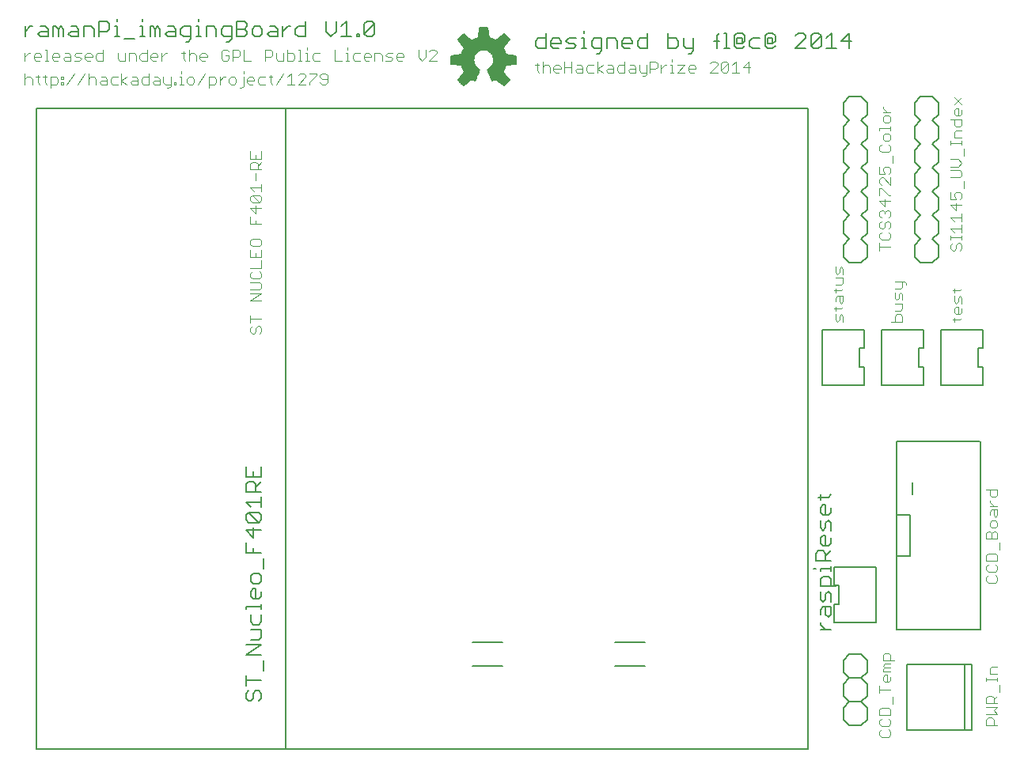
<source format=gto>
G75*
G70*
%OFA0B0*%
%FSLAX24Y24*%
%IPPOS*%
%LPD*%
%AMOC8*
5,1,8,0,0,1.08239X$1,22.5*
%
%ADD10C,0.0060*%
%ADD11C,0.0040*%
%ADD12C,0.0050*%
%ADD13C,0.0080*%
%ADD14C,0.0059*%
D10*
X009929Y002737D02*
X010036Y002630D01*
X010143Y002630D01*
X010250Y002737D01*
X010250Y002950D01*
X010356Y003057D01*
X010463Y003057D01*
X010570Y002950D01*
X010570Y002737D01*
X010463Y002630D01*
X009929Y002737D02*
X009929Y002950D01*
X010036Y003057D01*
X009929Y003275D02*
X009929Y003702D01*
X009929Y003488D02*
X010570Y003488D01*
X010677Y003919D02*
X010677Y004346D01*
X010570Y004564D02*
X009929Y004564D01*
X010570Y004991D01*
X009929Y004991D01*
X010143Y005208D02*
X010463Y005208D01*
X010570Y005315D01*
X010570Y005635D01*
X010143Y005635D01*
X010250Y005853D02*
X010143Y005960D01*
X010143Y006280D01*
X009929Y006497D02*
X009929Y006604D01*
X010570Y006604D01*
X010570Y006497D02*
X010570Y006711D01*
X010463Y006927D02*
X010250Y006927D01*
X010143Y007034D01*
X010143Y007247D01*
X010250Y007354D01*
X010356Y007354D01*
X010356Y006927D01*
X010463Y006927D02*
X010570Y007034D01*
X010570Y007247D01*
X010463Y007572D02*
X010570Y007678D01*
X010570Y007892D01*
X010463Y007999D01*
X010250Y007999D01*
X010143Y007892D01*
X010143Y007678D01*
X010250Y007572D01*
X010463Y007572D01*
X010677Y008216D02*
X010677Y008643D01*
X010570Y008861D02*
X009929Y008861D01*
X009929Y009288D01*
X010250Y009074D02*
X010250Y008861D01*
X010250Y009505D02*
X010250Y009932D01*
X010463Y010150D02*
X010036Y010150D01*
X009929Y010257D01*
X009929Y010470D01*
X010036Y010577D01*
X010463Y010150D01*
X010570Y010257D01*
X010570Y010470D01*
X010463Y010577D01*
X010036Y010577D01*
X010143Y010794D02*
X009929Y011008D01*
X010570Y011008D01*
X010570Y011221D02*
X010570Y010794D01*
X010570Y011439D02*
X009929Y011439D01*
X009929Y011759D01*
X010036Y011866D01*
X010250Y011866D01*
X010356Y011759D01*
X010356Y011439D01*
X010356Y011652D02*
X010570Y011866D01*
X010570Y012083D02*
X009929Y012083D01*
X009929Y012510D01*
X010250Y012297D02*
X010250Y012083D01*
X010570Y012083D02*
X010570Y012510D01*
X010570Y009825D02*
X009929Y009825D01*
X010250Y009505D01*
X010570Y006280D02*
X010570Y005960D01*
X010463Y005853D01*
X010250Y005853D01*
X033823Y008208D02*
X033929Y008208D01*
X034143Y008208D02*
X034570Y008208D01*
X034570Y008314D02*
X034570Y008101D01*
X034463Y007883D02*
X034570Y007776D01*
X034570Y007456D01*
X034784Y007456D02*
X034143Y007456D01*
X034143Y007776D01*
X034250Y007883D01*
X034463Y007883D01*
X034143Y008101D02*
X034143Y008208D01*
X034356Y008530D02*
X034356Y008851D01*
X034250Y008958D01*
X034036Y008958D01*
X033929Y008851D01*
X033929Y008530D01*
X034570Y008530D01*
X034356Y008744D02*
X034570Y008958D01*
X034463Y009175D02*
X034250Y009175D01*
X034143Y009282D01*
X034143Y009495D01*
X034250Y009602D01*
X034356Y009602D01*
X034356Y009175D01*
X034463Y009175D02*
X034570Y009282D01*
X034570Y009495D01*
X034570Y009820D02*
X034570Y010140D01*
X034463Y010247D01*
X034356Y010140D01*
X034356Y009926D01*
X034250Y009820D01*
X034143Y009926D01*
X034143Y010247D01*
X034250Y010464D02*
X034143Y010571D01*
X034143Y010784D01*
X034250Y010891D01*
X034356Y010891D01*
X034356Y010464D01*
X034250Y010464D02*
X034463Y010464D01*
X034570Y010571D01*
X034570Y010784D01*
X034463Y011215D02*
X034036Y011215D01*
X034143Y011109D02*
X034143Y011322D01*
X034463Y011215D02*
X034570Y011322D01*
X034463Y007239D02*
X034356Y007132D01*
X034356Y006918D01*
X034250Y006812D01*
X034143Y006918D01*
X034143Y007239D01*
X034463Y007239D02*
X034570Y007132D01*
X034570Y006812D01*
X034570Y006594D02*
X034570Y006274D01*
X034463Y006167D01*
X034356Y006274D01*
X034356Y006594D01*
X034250Y006594D02*
X034570Y006594D01*
X034250Y006594D02*
X034143Y006487D01*
X034143Y006274D01*
X034143Y005950D02*
X034143Y005844D01*
X034356Y005630D01*
X034143Y005630D02*
X034570Y005630D01*
X035350Y004600D02*
X035850Y004600D01*
X036100Y004350D01*
X036100Y003850D01*
X035850Y003600D01*
X036100Y003350D01*
X036100Y002850D01*
X035850Y002600D01*
X036100Y002350D01*
X036100Y001850D01*
X035850Y001600D01*
X035350Y001600D01*
X035100Y001850D01*
X035100Y002350D01*
X035350Y002600D01*
X035100Y002850D01*
X035100Y003350D01*
X035350Y003600D01*
X035100Y003850D01*
X035100Y004350D01*
X035350Y004600D01*
X035350Y003600D02*
X035850Y003600D01*
X035850Y002600D02*
X035350Y002600D01*
X028681Y029916D02*
X028574Y029916D01*
X028681Y029916D02*
X028788Y030023D01*
X028788Y030557D01*
X028788Y030130D02*
X028467Y030130D01*
X028361Y030237D01*
X028361Y030557D01*
X028143Y030450D02*
X028143Y030237D01*
X028036Y030130D01*
X027716Y030130D01*
X027716Y030771D01*
X027716Y030557D02*
X028036Y030557D01*
X028143Y030450D01*
X026854Y030557D02*
X026534Y030557D01*
X026427Y030450D01*
X026427Y030237D01*
X026534Y030130D01*
X026854Y030130D01*
X026854Y030771D01*
X026209Y030450D02*
X026209Y030344D01*
X025782Y030344D01*
X025782Y030450D02*
X025782Y030237D01*
X025889Y030130D01*
X026103Y030130D01*
X026209Y030450D02*
X026103Y030557D01*
X025889Y030557D01*
X025782Y030450D01*
X025565Y030450D02*
X025565Y030130D01*
X025565Y030450D02*
X025458Y030557D01*
X025138Y030557D01*
X025138Y030130D01*
X024920Y030130D02*
X024600Y030130D01*
X024493Y030237D01*
X024493Y030450D01*
X024600Y030557D01*
X024920Y030557D01*
X024920Y030023D01*
X024814Y029916D01*
X024707Y029916D01*
X024277Y030130D02*
X024064Y030130D01*
X024170Y030130D02*
X024170Y030557D01*
X024064Y030557D01*
X023846Y030557D02*
X023526Y030557D01*
X023419Y030450D01*
X023526Y030344D01*
X023739Y030344D01*
X023846Y030237D01*
X023739Y030130D01*
X023419Y030130D01*
X023202Y030344D02*
X022775Y030344D01*
X022775Y030450D02*
X022775Y030237D01*
X022881Y030130D01*
X023095Y030130D01*
X023202Y030344D02*
X023202Y030450D01*
X023095Y030557D01*
X022881Y030557D01*
X022775Y030450D01*
X022557Y030557D02*
X022237Y030557D01*
X022130Y030450D01*
X022130Y030237D01*
X022237Y030130D01*
X022557Y030130D01*
X022557Y030771D01*
X024170Y030771D02*
X024170Y030877D01*
X029650Y030450D02*
X029863Y030450D01*
X029757Y030664D02*
X029863Y030771D01*
X029757Y030664D02*
X029757Y030130D01*
X030079Y030130D02*
X030293Y030130D01*
X030186Y030130D02*
X030186Y030771D01*
X030079Y030771D01*
X030509Y030664D02*
X030616Y030771D01*
X030829Y030771D01*
X030936Y030664D01*
X030936Y030450D01*
X030829Y030344D01*
X030829Y030557D01*
X030616Y030557D01*
X030616Y030344D01*
X030829Y030344D01*
X030936Y030237D02*
X030829Y030130D01*
X030616Y030130D01*
X030509Y030237D01*
X030509Y030664D01*
X031154Y030450D02*
X031154Y030237D01*
X031260Y030130D01*
X031581Y030130D01*
X031798Y030237D02*
X031798Y030664D01*
X031905Y030771D01*
X032119Y030771D01*
X032225Y030664D01*
X032225Y030450D01*
X032119Y030344D01*
X032119Y030557D01*
X031905Y030557D01*
X031905Y030344D01*
X032119Y030344D01*
X032225Y030237D02*
X032119Y030130D01*
X031905Y030130D01*
X031798Y030237D01*
X031581Y030557D02*
X031260Y030557D01*
X031154Y030450D01*
X033087Y030664D02*
X033194Y030771D01*
X033408Y030771D01*
X033514Y030664D01*
X033514Y030557D01*
X033087Y030130D01*
X033514Y030130D01*
X033732Y030237D02*
X033732Y030664D01*
X033839Y030771D01*
X034052Y030771D01*
X034159Y030664D01*
X033732Y030237D01*
X033839Y030130D01*
X034052Y030130D01*
X034159Y030237D01*
X034159Y030664D01*
X034376Y030557D02*
X034590Y030771D01*
X034590Y030130D01*
X034803Y030130D02*
X034376Y030130D01*
X035021Y030450D02*
X035341Y030771D01*
X035341Y030130D01*
X035448Y030450D02*
X035021Y030450D01*
X015345Y030737D02*
X015238Y030630D01*
X015024Y030630D01*
X014918Y030737D01*
X015345Y031164D01*
X015345Y030737D01*
X015345Y031164D02*
X015238Y031271D01*
X015024Y031271D01*
X014918Y031164D01*
X014918Y030737D01*
X014702Y030737D02*
X014702Y030630D01*
X014595Y030630D01*
X014595Y030737D01*
X014702Y030737D01*
X014378Y030630D02*
X013951Y030630D01*
X014164Y030630D02*
X014164Y031271D01*
X013951Y031057D01*
X013733Y030844D02*
X013733Y031271D01*
X013306Y031271D02*
X013306Y030844D01*
X013520Y030630D01*
X013733Y030844D01*
X012444Y031057D02*
X012124Y031057D01*
X012017Y030950D01*
X012017Y030737D01*
X012124Y030630D01*
X012444Y030630D01*
X012444Y031271D01*
X011800Y031057D02*
X011693Y031057D01*
X011480Y030844D01*
X011480Y031057D02*
X011480Y030630D01*
X011262Y030630D02*
X010942Y030630D01*
X010835Y030737D01*
X010942Y030844D01*
X011262Y030844D01*
X011262Y030950D02*
X011262Y030630D01*
X011262Y030950D02*
X011156Y031057D01*
X010942Y031057D01*
X010618Y030950D02*
X010511Y031057D01*
X010298Y031057D01*
X010191Y030950D01*
X010191Y030737D01*
X010298Y030630D01*
X010511Y030630D01*
X010618Y030737D01*
X010618Y030950D01*
X009973Y030844D02*
X009973Y030737D01*
X009867Y030630D01*
X009546Y030630D01*
X009546Y031271D01*
X009867Y031271D01*
X009973Y031164D01*
X009973Y031057D01*
X009867Y030950D01*
X009546Y030950D01*
X009329Y031057D02*
X009329Y030523D01*
X009222Y030416D01*
X009115Y030416D01*
X009008Y030630D02*
X009329Y030630D01*
X009008Y030630D02*
X008902Y030737D01*
X008902Y030950D01*
X009008Y031057D01*
X009329Y031057D01*
X008684Y030950D02*
X008684Y030630D01*
X008684Y030950D02*
X008577Y031057D01*
X008257Y031057D01*
X008257Y030630D01*
X008041Y030630D02*
X007827Y030630D01*
X007934Y030630D02*
X007934Y031057D01*
X007827Y031057D01*
X007610Y031057D02*
X007290Y031057D01*
X007183Y030950D01*
X007183Y030737D01*
X007290Y030630D01*
X007610Y030630D01*
X007610Y030523D02*
X007610Y031057D01*
X007934Y031271D02*
X007934Y031377D01*
X006965Y030950D02*
X006965Y030630D01*
X006645Y030630D01*
X006538Y030737D01*
X006645Y030844D01*
X006965Y030844D01*
X006965Y030950D02*
X006859Y031057D01*
X006645Y031057D01*
X006321Y030950D02*
X006321Y030630D01*
X006107Y030630D02*
X006107Y030950D01*
X006214Y031057D01*
X006321Y030950D01*
X006107Y030950D02*
X006001Y031057D01*
X005894Y031057D01*
X005894Y030630D01*
X005678Y030630D02*
X005464Y030630D01*
X005571Y030630D02*
X005571Y031057D01*
X005464Y031057D01*
X005571Y031271D02*
X005571Y031377D01*
X005247Y030523D02*
X004820Y030523D01*
X004603Y030630D02*
X004390Y030630D01*
X004497Y030630D02*
X004497Y031057D01*
X004390Y031057D01*
X004497Y031271D02*
X004497Y031377D01*
X004172Y031164D02*
X004172Y030950D01*
X004066Y030844D01*
X003745Y030844D01*
X003745Y030630D02*
X003745Y031271D01*
X004066Y031271D01*
X004172Y031164D01*
X003528Y030950D02*
X003528Y030630D01*
X003528Y030950D02*
X003421Y031057D01*
X003101Y031057D01*
X003101Y030630D01*
X002883Y030630D02*
X002883Y030950D01*
X002776Y031057D01*
X002563Y031057D01*
X002563Y030844D02*
X002456Y030737D01*
X002563Y030630D01*
X002883Y030630D01*
X002883Y030844D02*
X002563Y030844D01*
X002239Y030950D02*
X002239Y030630D01*
X002025Y030630D02*
X002025Y030950D01*
X002132Y031057D01*
X002239Y030950D01*
X002025Y030950D02*
X001918Y031057D01*
X001812Y031057D01*
X001812Y030630D01*
X001594Y030630D02*
X001594Y030950D01*
X001487Y031057D01*
X001274Y031057D01*
X001274Y030844D02*
X001594Y030844D01*
X001594Y030630D02*
X001274Y030630D01*
X001167Y030737D01*
X001274Y030844D01*
X000950Y031057D02*
X000844Y031057D01*
X000630Y030844D01*
X000630Y031057D02*
X000630Y030630D01*
X007396Y030416D02*
X007503Y030416D01*
X007610Y030523D01*
X009867Y030950D02*
X009973Y030844D01*
D11*
X009828Y030080D02*
X009828Y029620D01*
X010135Y029620D01*
X009674Y029850D02*
X009598Y029773D01*
X009367Y029773D01*
X009367Y029620D02*
X009367Y030080D01*
X009598Y030080D01*
X009674Y030004D01*
X009674Y029850D01*
X009214Y029850D02*
X009214Y029697D01*
X009137Y029620D01*
X008984Y029620D01*
X008907Y029697D01*
X008907Y030004D01*
X008984Y030080D01*
X009137Y030080D01*
X009214Y030004D01*
X009214Y029850D02*
X009061Y029850D01*
X008293Y029850D02*
X008293Y029773D01*
X007986Y029773D01*
X007986Y029697D02*
X007986Y029850D01*
X008063Y029927D01*
X008216Y029927D01*
X008293Y029850D01*
X008216Y029620D02*
X008063Y029620D01*
X007986Y029697D01*
X007833Y029620D02*
X007833Y029850D01*
X007756Y029927D01*
X007603Y029927D01*
X007526Y029850D01*
X007372Y029927D02*
X007219Y029927D01*
X007296Y030004D02*
X007296Y029697D01*
X007372Y029620D01*
X007526Y029620D02*
X007526Y030080D01*
X006605Y029927D02*
X006528Y029927D01*
X006375Y029773D01*
X006375Y029620D02*
X006375Y029927D01*
X006221Y029850D02*
X006221Y029773D01*
X005915Y029773D01*
X005915Y029697D02*
X005915Y029850D01*
X005991Y029927D01*
X006145Y029927D01*
X006221Y029850D01*
X006145Y029620D02*
X005991Y029620D01*
X005915Y029697D01*
X005761Y029620D02*
X005531Y029620D01*
X005454Y029697D01*
X005454Y029850D01*
X005531Y029927D01*
X005761Y029927D01*
X005761Y030080D02*
X005761Y029620D01*
X005301Y029620D02*
X005301Y029850D01*
X005224Y029927D01*
X004994Y029927D01*
X004994Y029620D01*
X004840Y029620D02*
X004840Y029927D01*
X004533Y029927D02*
X004533Y029697D01*
X004610Y029620D01*
X004840Y029620D01*
X004687Y029080D02*
X004687Y028620D01*
X004687Y028773D02*
X004917Y028927D01*
X005147Y028927D02*
X005301Y028927D01*
X005377Y028850D01*
X005377Y028620D01*
X005147Y028620D01*
X005070Y028697D01*
X005147Y028773D01*
X005377Y028773D01*
X005531Y028697D02*
X005531Y028850D01*
X005608Y028927D01*
X005838Y028927D01*
X005838Y029080D02*
X005838Y028620D01*
X005608Y028620D01*
X005531Y028697D01*
X004917Y028620D02*
X004687Y028773D01*
X004533Y028620D02*
X004303Y028620D01*
X004226Y028697D01*
X004226Y028850D01*
X004303Y028927D01*
X004533Y028927D01*
X004073Y028850D02*
X004073Y028620D01*
X003843Y028620D01*
X003766Y028697D01*
X003843Y028773D01*
X004073Y028773D01*
X004073Y028850D02*
X003996Y028927D01*
X003843Y028927D01*
X003613Y028850D02*
X003613Y028620D01*
X003613Y028850D02*
X003536Y028927D01*
X003382Y028927D01*
X003306Y028850D01*
X003306Y029080D02*
X003306Y028620D01*
X002845Y028620D02*
X003152Y029080D01*
X002692Y029080D02*
X002385Y028620D01*
X002231Y028620D02*
X002155Y028620D01*
X002155Y028697D01*
X002231Y028697D01*
X002231Y028620D01*
X002231Y028850D02*
X002155Y028850D01*
X002155Y028927D01*
X002231Y028927D01*
X002231Y028850D01*
X002001Y028850D02*
X002001Y028697D01*
X001924Y028620D01*
X001694Y028620D01*
X001541Y028620D02*
X001464Y028697D01*
X001464Y029004D01*
X001387Y028927D02*
X001541Y028927D01*
X001694Y028927D02*
X001924Y028927D01*
X002001Y028850D01*
X001694Y028927D02*
X001694Y028467D01*
X001234Y028620D02*
X001157Y028697D01*
X001157Y029004D01*
X001080Y028927D02*
X001234Y028927D01*
X000927Y028850D02*
X000927Y028620D01*
X000927Y028850D02*
X000850Y028927D01*
X000697Y028927D01*
X000620Y028850D01*
X000620Y029080D02*
X000620Y028620D01*
X000620Y029620D02*
X000620Y029927D01*
X000773Y029927D02*
X000850Y029927D01*
X000773Y029927D02*
X000620Y029773D01*
X001004Y029773D02*
X001311Y029773D01*
X001311Y029850D01*
X001234Y029927D01*
X001080Y029927D01*
X001004Y029850D01*
X001004Y029697D01*
X001080Y029620D01*
X001234Y029620D01*
X001464Y029620D02*
X001618Y029620D01*
X001541Y029620D02*
X001541Y030080D01*
X001464Y030080D01*
X001771Y029850D02*
X001848Y029927D01*
X002001Y029927D01*
X002078Y029850D01*
X002078Y029773D01*
X001771Y029773D01*
X001771Y029697D02*
X001771Y029850D01*
X001771Y029697D02*
X001848Y029620D01*
X002001Y029620D01*
X002231Y029697D02*
X002308Y029773D01*
X002538Y029773D01*
X002538Y029850D02*
X002538Y029620D01*
X002308Y029620D01*
X002231Y029697D01*
X002308Y029927D02*
X002462Y029927D01*
X002538Y029850D01*
X002692Y029850D02*
X002768Y029927D01*
X002999Y029927D01*
X003152Y029850D02*
X003229Y029927D01*
X003382Y029927D01*
X003459Y029850D01*
X003459Y029773D01*
X003152Y029773D01*
X003152Y029697D02*
X003152Y029850D01*
X003152Y029697D02*
X003229Y029620D01*
X003382Y029620D01*
X003613Y029697D02*
X003613Y029850D01*
X003689Y029927D01*
X003919Y029927D01*
X003919Y030080D02*
X003919Y029620D01*
X003689Y029620D01*
X003613Y029697D01*
X002999Y029697D02*
X002922Y029773D01*
X002768Y029773D01*
X002692Y029850D01*
X002692Y029620D02*
X002922Y029620D01*
X002999Y029697D01*
X005991Y028697D02*
X006068Y028773D01*
X006298Y028773D01*
X006298Y028850D02*
X006298Y028620D01*
X006068Y028620D01*
X005991Y028697D01*
X006068Y028927D02*
X006221Y028927D01*
X006298Y028850D01*
X006452Y028927D02*
X006452Y028697D01*
X006528Y028620D01*
X006759Y028620D01*
X006759Y028543D02*
X006682Y028467D01*
X006605Y028467D01*
X006759Y028543D02*
X006759Y028927D01*
X006912Y028697D02*
X006989Y028697D01*
X006989Y028620D01*
X006912Y028620D01*
X006912Y028697D01*
X007142Y028620D02*
X007296Y028620D01*
X007219Y028620D02*
X007219Y028927D01*
X007142Y028927D01*
X007219Y029080D02*
X007219Y029157D01*
X007449Y028850D02*
X007449Y028697D01*
X007526Y028620D01*
X007679Y028620D01*
X007756Y028697D01*
X007756Y028850D01*
X007679Y028927D01*
X007526Y028927D01*
X007449Y028850D01*
X007910Y028620D02*
X008216Y029080D01*
X008370Y028927D02*
X008600Y028927D01*
X008677Y028850D01*
X008677Y028697D01*
X008600Y028620D01*
X008370Y028620D01*
X008370Y028467D02*
X008370Y028927D01*
X008830Y028927D02*
X008830Y028620D01*
X008830Y028773D02*
X008984Y028927D01*
X009061Y028927D01*
X009214Y028850D02*
X009214Y028697D01*
X009291Y028620D01*
X009444Y028620D01*
X009521Y028697D01*
X009521Y028850D01*
X009444Y028927D01*
X009291Y028927D01*
X009214Y028850D01*
X009674Y028467D02*
X009751Y028467D01*
X009828Y028543D01*
X009828Y028927D01*
X009828Y029080D02*
X009828Y029157D01*
X010058Y028927D02*
X010212Y028927D01*
X010288Y028850D01*
X010288Y028773D01*
X009981Y028773D01*
X009981Y028697D02*
X009981Y028850D01*
X010058Y028927D01*
X009981Y028697D02*
X010058Y028620D01*
X010212Y028620D01*
X010442Y028697D02*
X010442Y028850D01*
X010518Y028927D01*
X010749Y028927D01*
X010902Y028927D02*
X011056Y028927D01*
X010979Y029004D02*
X010979Y028697D01*
X011056Y028620D01*
X011209Y028620D02*
X011516Y029080D01*
X011669Y028927D02*
X011823Y029080D01*
X011823Y028620D01*
X011976Y028620D02*
X011669Y028620D01*
X012130Y028620D02*
X012437Y028927D01*
X012437Y029004D01*
X012360Y029080D01*
X012207Y029080D01*
X012130Y029004D01*
X012130Y028620D02*
X012437Y028620D01*
X012590Y028620D02*
X012590Y028697D01*
X012897Y029004D01*
X012897Y029080D01*
X012590Y029080D01*
X013051Y029004D02*
X013051Y028927D01*
X013127Y028850D01*
X013358Y028850D01*
X013358Y028697D02*
X013358Y029004D01*
X013281Y029080D01*
X013127Y029080D01*
X013051Y029004D01*
X013051Y028697D02*
X013127Y028620D01*
X013281Y028620D01*
X013358Y028697D01*
X013664Y029620D02*
X013971Y029620D01*
X014125Y029620D02*
X014278Y029620D01*
X014202Y029620D02*
X014202Y029927D01*
X014125Y029927D01*
X014202Y030080D02*
X014202Y030157D01*
X014509Y029927D02*
X014432Y029850D01*
X014432Y029697D01*
X014509Y029620D01*
X014739Y029620D01*
X014892Y029697D02*
X014892Y029850D01*
X014969Y029927D01*
X015122Y029927D01*
X015199Y029850D01*
X015199Y029773D01*
X014892Y029773D01*
X014892Y029697D02*
X014969Y029620D01*
X015122Y029620D01*
X015353Y029620D02*
X015353Y029927D01*
X015583Y029927D01*
X015659Y029850D01*
X015659Y029620D01*
X015813Y029620D02*
X016043Y029620D01*
X016120Y029697D01*
X016043Y029773D01*
X015890Y029773D01*
X015813Y029850D01*
X015890Y029927D01*
X016120Y029927D01*
X016273Y029850D02*
X016273Y029697D01*
X016350Y029620D01*
X016504Y029620D01*
X016580Y029773D02*
X016273Y029773D01*
X016273Y029850D02*
X016350Y029927D01*
X016504Y029927D01*
X016580Y029850D01*
X016580Y029773D01*
X017194Y029773D02*
X017348Y029620D01*
X017501Y029773D01*
X017501Y030080D01*
X017655Y030004D02*
X017731Y030080D01*
X017885Y030080D01*
X017961Y030004D01*
X017961Y029927D01*
X017655Y029620D01*
X017961Y029620D01*
X017194Y029773D02*
X017194Y030080D01*
X014739Y029927D02*
X014509Y029927D01*
X013664Y030080D02*
X013664Y029620D01*
X013051Y029620D02*
X012820Y029620D01*
X012744Y029697D01*
X012744Y029850D01*
X012820Y029927D01*
X013051Y029927D01*
X012513Y029927D02*
X012513Y029620D01*
X012437Y029620D02*
X012590Y029620D01*
X012283Y029620D02*
X012130Y029620D01*
X012207Y029620D02*
X012207Y030080D01*
X012130Y030080D01*
X011976Y029850D02*
X011900Y029927D01*
X011669Y029927D01*
X011516Y029927D02*
X011516Y029620D01*
X011286Y029620D01*
X011209Y029697D01*
X011209Y029927D01*
X011056Y030004D02*
X010979Y030080D01*
X010749Y030080D01*
X010749Y029620D01*
X010749Y029773D02*
X010979Y029773D01*
X011056Y029850D01*
X011056Y030004D01*
X011669Y030080D02*
X011669Y029620D01*
X011900Y029620D01*
X011976Y029697D01*
X011976Y029850D01*
X012437Y029927D02*
X012513Y029927D01*
X012513Y030080D02*
X012513Y030157D01*
X010749Y028620D02*
X010518Y028620D01*
X010442Y028697D01*
X010580Y025793D02*
X010580Y025486D01*
X010120Y025486D01*
X010120Y025793D01*
X010350Y025640D02*
X010350Y025486D01*
X010350Y025333D02*
X010427Y025256D01*
X010427Y025026D01*
X010580Y025026D02*
X010120Y025026D01*
X010120Y025256D01*
X010196Y025333D01*
X010350Y025333D01*
X010427Y025179D02*
X010580Y025333D01*
X010350Y024872D02*
X010350Y024565D01*
X010580Y024412D02*
X010580Y024105D01*
X010580Y024259D02*
X010120Y024259D01*
X010273Y024105D01*
X010196Y023952D02*
X010503Y023645D01*
X010580Y023721D01*
X010580Y023875D01*
X010503Y023952D01*
X010196Y023952D01*
X010120Y023875D01*
X010120Y023721D01*
X010196Y023645D01*
X010503Y023645D01*
X010350Y023491D02*
X010350Y023184D01*
X010120Y023415D01*
X010580Y023415D01*
X010350Y022877D02*
X010350Y022724D01*
X010580Y022724D02*
X010120Y022724D01*
X010120Y023031D01*
X010196Y022110D02*
X010120Y022033D01*
X010120Y021880D01*
X010196Y021803D01*
X010503Y021803D01*
X010580Y021880D01*
X010580Y022033D01*
X010503Y022110D01*
X010196Y022110D01*
X010120Y021650D02*
X010120Y021343D01*
X010580Y021343D01*
X010580Y021650D01*
X010350Y021496D02*
X010350Y021343D01*
X010580Y021189D02*
X010580Y020882D01*
X010120Y020882D01*
X010196Y020729D02*
X010120Y020652D01*
X010120Y020499D01*
X010196Y020422D01*
X010503Y020422D01*
X010580Y020499D01*
X010580Y020652D01*
X010503Y020729D01*
X010503Y020268D02*
X010120Y020268D01*
X010120Y019962D02*
X010503Y019962D01*
X010580Y020038D01*
X010580Y020192D01*
X010503Y020268D01*
X010580Y019808D02*
X010120Y019808D01*
X010120Y019501D02*
X010580Y019808D01*
X010580Y019501D02*
X010120Y019501D01*
X010120Y018887D02*
X010120Y018580D01*
X010120Y018734D02*
X010580Y018734D01*
X010503Y018427D02*
X010580Y018350D01*
X010580Y018197D01*
X010503Y018120D01*
X010350Y018197D02*
X010350Y018350D01*
X010427Y018427D01*
X010503Y018427D01*
X010350Y018197D02*
X010273Y018120D01*
X010196Y018120D01*
X010120Y018197D01*
X010120Y018350D01*
X010196Y018427D01*
X022197Y029197D02*
X022273Y029120D01*
X022197Y029197D02*
X022197Y029504D01*
X022120Y029427D02*
X022273Y029427D01*
X022427Y029350D02*
X022504Y029427D01*
X022657Y029427D01*
X022734Y029350D01*
X022734Y029120D01*
X022887Y029197D02*
X022887Y029350D01*
X022964Y029427D01*
X023118Y029427D01*
X023194Y029350D01*
X023194Y029273D01*
X022887Y029273D01*
X022887Y029197D02*
X022964Y029120D01*
X023118Y029120D01*
X023348Y029120D02*
X023348Y029580D01*
X023348Y029350D02*
X023655Y029350D01*
X023808Y029197D02*
X023885Y029273D01*
X024115Y029273D01*
X024115Y029350D02*
X024115Y029120D01*
X023885Y029120D01*
X023808Y029197D01*
X023655Y029120D02*
X023655Y029580D01*
X023885Y029427D02*
X024038Y029427D01*
X024115Y029350D01*
X024268Y029350D02*
X024268Y029197D01*
X024345Y029120D01*
X024575Y029120D01*
X024729Y029120D02*
X024729Y029580D01*
X024575Y029427D02*
X024345Y029427D01*
X024268Y029350D01*
X024729Y029273D02*
X024959Y029427D01*
X025189Y029427D02*
X025343Y029427D01*
X025419Y029350D01*
X025419Y029120D01*
X025189Y029120D01*
X025113Y029197D01*
X025189Y029273D01*
X025419Y029273D01*
X025573Y029197D02*
X025573Y029350D01*
X025650Y029427D01*
X025880Y029427D01*
X025880Y029580D02*
X025880Y029120D01*
X025650Y029120D01*
X025573Y029197D01*
X026033Y029197D02*
X026110Y029273D01*
X026340Y029273D01*
X026340Y029350D02*
X026340Y029120D01*
X026110Y029120D01*
X026033Y029197D01*
X026110Y029427D02*
X026264Y029427D01*
X026340Y029350D01*
X026494Y029427D02*
X026494Y029197D01*
X026570Y029120D01*
X026801Y029120D01*
X026801Y029043D02*
X026724Y028967D01*
X026647Y028967D01*
X026801Y029043D02*
X026801Y029427D01*
X026954Y029580D02*
X026954Y029120D01*
X026954Y029273D02*
X027184Y029273D01*
X027261Y029350D01*
X027261Y029504D01*
X027184Y029580D01*
X026954Y029580D01*
X027415Y029427D02*
X027415Y029120D01*
X027415Y029273D02*
X027568Y029427D01*
X027645Y029427D01*
X027798Y029427D02*
X027875Y029427D01*
X027875Y029120D01*
X027798Y029120D02*
X027952Y029120D01*
X028105Y029120D02*
X028412Y029120D01*
X028565Y029197D02*
X028565Y029350D01*
X028642Y029427D01*
X028796Y029427D01*
X028872Y029350D01*
X028872Y029273D01*
X028565Y029273D01*
X028565Y029197D02*
X028642Y029120D01*
X028796Y029120D01*
X028412Y029427D02*
X028105Y029120D01*
X028105Y029427D02*
X028412Y029427D01*
X027875Y029580D02*
X027875Y029657D01*
X029486Y029504D02*
X029563Y029580D01*
X029716Y029580D01*
X029793Y029504D01*
X029793Y029427D01*
X029486Y029120D01*
X029793Y029120D01*
X029947Y029197D02*
X030254Y029504D01*
X030254Y029197D01*
X030177Y029120D01*
X030023Y029120D01*
X029947Y029197D01*
X029947Y029504D01*
X030023Y029580D01*
X030177Y029580D01*
X030254Y029504D01*
X030407Y029427D02*
X030561Y029580D01*
X030561Y029120D01*
X030714Y029120D02*
X030407Y029120D01*
X030867Y029350D02*
X031098Y029580D01*
X031098Y029120D01*
X031174Y029350D02*
X030867Y029350D01*
X036620Y026761D02*
X037080Y026761D01*
X037080Y026684D02*
X037080Y026838D01*
X037003Y026991D02*
X037080Y027068D01*
X037080Y027221D01*
X037003Y027298D01*
X036850Y027298D01*
X036773Y027221D01*
X036773Y027068D01*
X036850Y026991D01*
X037003Y026991D01*
X036620Y026761D02*
X036620Y026684D01*
X036850Y026531D02*
X036773Y026454D01*
X036773Y026301D01*
X036850Y026224D01*
X037003Y026224D01*
X037080Y026301D01*
X037080Y026454D01*
X037003Y026531D01*
X036850Y026531D01*
X037003Y026070D02*
X037080Y025994D01*
X037080Y025840D01*
X037003Y025764D01*
X036696Y025764D01*
X036620Y025840D01*
X036620Y025994D01*
X036696Y026070D01*
X037157Y025610D02*
X037157Y025303D01*
X037003Y025150D02*
X037080Y025073D01*
X037080Y024919D01*
X037003Y024843D01*
X036850Y024843D02*
X036773Y024996D01*
X036773Y025073D01*
X036850Y025150D01*
X037003Y025150D01*
X036850Y024843D02*
X036620Y024843D01*
X036620Y025150D01*
X036696Y024689D02*
X036620Y024613D01*
X036620Y024459D01*
X036696Y024382D01*
X036696Y024229D02*
X037003Y023922D01*
X037080Y023922D01*
X037080Y023692D02*
X036620Y023692D01*
X036850Y023462D01*
X036850Y023768D01*
X036620Y023922D02*
X036620Y024229D01*
X036696Y024229D01*
X037080Y024382D02*
X036773Y024689D01*
X036696Y024689D01*
X037080Y024689D02*
X037080Y024382D01*
X037003Y023308D02*
X037080Y023231D01*
X037080Y023078D01*
X037003Y023001D01*
X037003Y022848D02*
X037080Y022771D01*
X037080Y022618D01*
X037003Y022541D01*
X037003Y022387D02*
X037080Y022311D01*
X037080Y022157D01*
X037003Y022080D01*
X036696Y022080D01*
X036620Y022157D01*
X036620Y022311D01*
X036696Y022387D01*
X036696Y022541D02*
X036773Y022541D01*
X036850Y022618D01*
X036850Y022771D01*
X036927Y022848D01*
X037003Y022848D01*
X036696Y022848D02*
X036620Y022771D01*
X036620Y022618D01*
X036696Y022541D01*
X036696Y023001D02*
X036620Y023078D01*
X036620Y023231D01*
X036696Y023308D01*
X036773Y023308D01*
X036850Y023231D01*
X036927Y023308D01*
X037003Y023308D01*
X036850Y023231D02*
X036850Y023155D01*
X036620Y021927D02*
X036620Y021620D01*
X036620Y021773D02*
X037080Y021773D01*
X037273Y020308D02*
X037657Y020308D01*
X037733Y020231D01*
X037733Y020155D01*
X037580Y020078D02*
X037580Y020308D01*
X037580Y020078D02*
X037503Y020001D01*
X037273Y020001D01*
X037273Y019848D02*
X037273Y019618D01*
X037350Y019541D01*
X037427Y019618D01*
X037427Y019771D01*
X037503Y019848D01*
X037580Y019771D01*
X037580Y019541D01*
X037580Y019387D02*
X037273Y019387D01*
X037273Y019080D02*
X037503Y019080D01*
X037580Y019157D01*
X037580Y019387D01*
X037503Y018927D02*
X037350Y018927D01*
X037273Y018850D01*
X037273Y018620D01*
X037120Y018620D02*
X037580Y018620D01*
X037580Y018850D01*
X037503Y018927D01*
X039696Y018697D02*
X040003Y018697D01*
X040080Y018773D01*
X040003Y018927D02*
X039850Y018927D01*
X039773Y019004D01*
X039773Y019157D01*
X039850Y019234D01*
X039927Y019234D01*
X039927Y018927D01*
X040003Y018927D02*
X040080Y019004D01*
X040080Y019157D01*
X040080Y019387D02*
X040080Y019618D01*
X040003Y019694D01*
X039927Y019618D01*
X039927Y019464D01*
X039850Y019387D01*
X039773Y019464D01*
X039773Y019694D01*
X039773Y019848D02*
X039773Y020001D01*
X039696Y019924D02*
X040003Y019924D01*
X040080Y020001D01*
X039773Y018773D02*
X039773Y018620D01*
X039696Y021620D02*
X039773Y021620D01*
X039850Y021697D01*
X039850Y021850D01*
X039927Y021927D01*
X040003Y021927D01*
X040080Y021850D01*
X040080Y021697D01*
X040003Y021620D01*
X039696Y021620D02*
X039620Y021697D01*
X039620Y021850D01*
X039696Y021927D01*
X039620Y022080D02*
X039620Y022234D01*
X039620Y022157D02*
X040080Y022157D01*
X040080Y022080D02*
X040080Y022234D01*
X040080Y022387D02*
X040080Y022694D01*
X040080Y022541D02*
X039620Y022541D01*
X039773Y022387D01*
X039773Y022848D02*
X039620Y023001D01*
X040080Y023001D01*
X040080Y022848D02*
X040080Y023155D01*
X039850Y023308D02*
X039850Y023615D01*
X039850Y023768D02*
X039620Y023768D01*
X039620Y024075D01*
X039773Y023999D02*
X039850Y024075D01*
X040003Y024075D01*
X040080Y023999D01*
X040080Y023845D01*
X040003Y023768D01*
X039850Y023768D02*
X039773Y023922D01*
X039773Y023999D01*
X040157Y024229D02*
X040157Y024536D01*
X040003Y024689D02*
X040080Y024766D01*
X040080Y024919D01*
X040003Y024996D01*
X039620Y024996D01*
X039620Y025150D02*
X039927Y025150D01*
X040080Y025303D01*
X039927Y025457D01*
X039620Y025457D01*
X040157Y025610D02*
X040157Y025917D01*
X040080Y026070D02*
X040080Y026224D01*
X040080Y026147D02*
X039620Y026147D01*
X039620Y026070D02*
X039620Y026224D01*
X039773Y026377D02*
X039773Y026608D01*
X039850Y026684D01*
X040080Y026684D01*
X040003Y026838D02*
X039850Y026838D01*
X039773Y026915D01*
X039773Y027145D01*
X039620Y027145D02*
X040080Y027145D01*
X040080Y026915D01*
X040003Y026838D01*
X040080Y026377D02*
X039773Y026377D01*
X039850Y027298D02*
X039773Y027375D01*
X039773Y027528D01*
X039850Y027605D01*
X039927Y027605D01*
X039927Y027298D01*
X040003Y027298D02*
X039850Y027298D01*
X040003Y027298D02*
X040080Y027375D01*
X040080Y027528D01*
X040080Y027759D02*
X039773Y028065D01*
X039773Y027759D02*
X040080Y028065D01*
X037080Y027452D02*
X036773Y027452D01*
X036773Y027605D02*
X036927Y027452D01*
X036773Y027605D02*
X036773Y027682D01*
X039620Y024689D02*
X040003Y024689D01*
X040080Y023538D02*
X039620Y023538D01*
X039850Y023308D01*
X035080Y020845D02*
X035003Y020922D01*
X034927Y020845D01*
X034927Y020692D01*
X034850Y020615D01*
X034773Y020692D01*
X034773Y020922D01*
X035080Y020845D02*
X035080Y020615D01*
X035080Y020462D02*
X034773Y020462D01*
X035080Y020462D02*
X035080Y020231D01*
X035003Y020155D01*
X034773Y020155D01*
X034773Y020001D02*
X034773Y019848D01*
X034696Y019924D02*
X035003Y019924D01*
X035080Y020001D01*
X035080Y019694D02*
X034850Y019694D01*
X034773Y019618D01*
X034773Y019464D01*
X034927Y019464D02*
X034927Y019694D01*
X035080Y019694D02*
X035080Y019464D01*
X035003Y019387D01*
X034927Y019464D01*
X035080Y019234D02*
X035003Y019157D01*
X034696Y019157D01*
X034773Y019080D02*
X034773Y019234D01*
X034773Y018927D02*
X034773Y018697D01*
X034850Y018620D01*
X034927Y018697D01*
X034927Y018850D01*
X035003Y018927D01*
X035080Y018850D01*
X035080Y018620D01*
X041120Y011533D02*
X041580Y011533D01*
X041580Y011303D01*
X041503Y011226D01*
X041350Y011226D01*
X041273Y011303D01*
X041273Y011533D01*
X041273Y011073D02*
X041273Y010996D01*
X041427Y010843D01*
X041580Y010843D02*
X041273Y010843D01*
X041350Y010689D02*
X041580Y010689D01*
X041580Y010459D01*
X041503Y010382D01*
X041427Y010459D01*
X041427Y010689D01*
X041350Y010689D02*
X041273Y010613D01*
X041273Y010459D01*
X041350Y010229D02*
X041273Y010152D01*
X041273Y009999D01*
X041350Y009922D01*
X041503Y009922D01*
X041580Y009999D01*
X041580Y010152D01*
X041503Y010229D01*
X041350Y010229D01*
X041427Y009768D02*
X041350Y009692D01*
X041350Y009462D01*
X041350Y009692D02*
X041273Y009768D01*
X041196Y009768D01*
X041120Y009692D01*
X041120Y009462D01*
X041580Y009462D01*
X041580Y009692D01*
X041503Y009768D01*
X041427Y009768D01*
X041657Y009308D02*
X041657Y009001D01*
X041503Y008848D02*
X041196Y008848D01*
X041120Y008771D01*
X041120Y008541D01*
X041580Y008541D01*
X041580Y008771D01*
X041503Y008848D01*
X041503Y008387D02*
X041580Y008311D01*
X041580Y008157D01*
X041503Y008080D01*
X041196Y008080D01*
X041120Y008157D01*
X041120Y008311D01*
X041196Y008387D01*
X041196Y007927D02*
X041120Y007850D01*
X041120Y007697D01*
X041196Y007620D01*
X041503Y007620D01*
X041580Y007697D01*
X041580Y007850D01*
X041503Y007927D01*
X037080Y004573D02*
X037080Y004343D01*
X037233Y004343D02*
X036773Y004343D01*
X036773Y004573D01*
X036850Y004650D01*
X037003Y004650D01*
X037080Y004573D01*
X037080Y004189D02*
X036850Y004189D01*
X036773Y004113D01*
X036850Y004036D01*
X037080Y004036D01*
X037080Y003882D02*
X036773Y003882D01*
X036773Y003959D01*
X036850Y004036D01*
X036850Y003729D02*
X036927Y003729D01*
X036927Y003422D01*
X037003Y003422D02*
X036850Y003422D01*
X036773Y003499D01*
X036773Y003652D01*
X036850Y003729D01*
X037080Y003652D02*
X037080Y003499D01*
X037003Y003422D01*
X037080Y003115D02*
X036620Y003115D01*
X036620Y002962D02*
X036620Y003268D01*
X037157Y002808D02*
X037157Y002501D01*
X037003Y002348D02*
X036696Y002348D01*
X036620Y002271D01*
X036620Y002041D01*
X037080Y002041D01*
X037080Y002271D01*
X037003Y002348D01*
X037003Y001887D02*
X037080Y001811D01*
X037080Y001657D01*
X037003Y001580D01*
X036696Y001580D01*
X036620Y001657D01*
X036620Y001811D01*
X036696Y001887D01*
X036696Y001427D02*
X036620Y001350D01*
X036620Y001197D01*
X036696Y001120D01*
X037003Y001120D01*
X037080Y001197D01*
X037080Y001350D01*
X037003Y001427D01*
X041120Y001620D02*
X041120Y001850D01*
X041196Y001927D01*
X041350Y001927D01*
X041427Y001850D01*
X041427Y001620D01*
X041580Y001620D02*
X041120Y001620D01*
X041120Y002080D02*
X041580Y002080D01*
X041427Y002234D01*
X041580Y002387D01*
X041120Y002387D01*
X041120Y002541D02*
X041120Y002771D01*
X041196Y002848D01*
X041350Y002848D01*
X041427Y002771D01*
X041427Y002541D01*
X041580Y002541D02*
X041120Y002541D01*
X041427Y002694D02*
X041580Y002848D01*
X041657Y003001D02*
X041657Y003308D01*
X041580Y003462D02*
X041580Y003615D01*
X041580Y003538D02*
X041120Y003538D01*
X041120Y003462D02*
X041120Y003615D01*
X041273Y003768D02*
X041273Y003999D01*
X041350Y004075D01*
X041580Y004075D01*
X041580Y003768D02*
X041273Y003768D01*
X024959Y029120D02*
X024729Y029273D01*
X022427Y029120D02*
X022427Y029580D01*
D12*
X001100Y027600D02*
X001100Y000600D01*
X011600Y000600D01*
X011600Y027600D01*
X001100Y027600D01*
X011600Y027600D02*
X033600Y027600D01*
X033600Y000600D01*
X011600Y000600D01*
D13*
X019470Y004088D02*
X020730Y004088D01*
X020730Y005112D02*
X019470Y005112D01*
X025470Y005112D02*
X026730Y005112D01*
X026730Y004088D02*
X025470Y004088D01*
X034714Y005939D02*
X034714Y006706D01*
X034911Y006706D01*
X034911Y007494D01*
X034714Y007494D01*
X034714Y008261D01*
X036486Y008261D01*
X036486Y005939D01*
X034714Y005939D01*
X037328Y005624D02*
X040872Y005624D01*
X040872Y013576D01*
X040832Y013576D02*
X037328Y013576D01*
X037328Y010466D01*
X037919Y010466D01*
X037919Y008734D01*
X037328Y008734D01*
X037328Y010466D01*
X038007Y011350D02*
X038007Y011850D01*
X037328Y008734D02*
X037328Y005624D01*
X037761Y004167D02*
X040202Y004167D01*
X040202Y001411D01*
X037761Y001411D01*
X037761Y004167D01*
X040202Y004167D02*
X040517Y004167D01*
X040517Y001411D01*
X040202Y001411D01*
X040986Y015939D02*
X039214Y015939D01*
X039214Y018261D01*
X040986Y018261D01*
X040986Y017494D01*
X040789Y017494D01*
X040789Y016706D01*
X040986Y016706D01*
X040986Y015939D01*
X038486Y015939D02*
X038486Y016706D01*
X038289Y016706D01*
X038289Y017494D01*
X038486Y017494D01*
X038486Y018261D01*
X036714Y018261D01*
X036714Y015939D01*
X038486Y015939D01*
X035986Y015939D02*
X035986Y016706D01*
X035789Y016706D01*
X035789Y017494D01*
X035986Y017494D01*
X035986Y018261D01*
X034214Y018261D01*
X034214Y015939D01*
X035986Y015939D01*
X035850Y021100D02*
X035350Y021100D01*
X035100Y021350D01*
X035100Y021850D01*
X035350Y022100D01*
X035100Y022350D01*
X035100Y022850D01*
X035350Y023100D01*
X035100Y023350D01*
X035100Y023850D01*
X035350Y024100D01*
X035100Y024350D01*
X035100Y024850D01*
X035350Y025100D01*
X035100Y025350D01*
X035100Y025850D01*
X035350Y026100D01*
X035100Y026350D01*
X035100Y026850D01*
X035350Y027100D01*
X035100Y027350D01*
X035100Y027850D01*
X035350Y028100D01*
X035850Y028100D01*
X036100Y027850D01*
X036100Y027350D01*
X035850Y027100D01*
X036100Y026850D01*
X036100Y026350D01*
X035850Y026100D01*
X036100Y025850D01*
X036100Y025350D01*
X035850Y025100D01*
X036100Y024850D01*
X036100Y024350D01*
X035850Y024100D01*
X036100Y023850D01*
X036100Y023350D01*
X035850Y023100D01*
X036100Y022850D01*
X036100Y022350D01*
X035850Y022100D01*
X036100Y021850D01*
X036100Y021350D01*
X035850Y021100D01*
X038100Y021350D02*
X038350Y021100D01*
X038850Y021100D01*
X039100Y021350D01*
X039100Y021850D01*
X038850Y022100D01*
X039100Y022350D01*
X039100Y022850D01*
X038850Y023100D01*
X039100Y023350D01*
X039100Y023850D01*
X038850Y024100D01*
X039100Y024350D01*
X039100Y024850D01*
X038850Y025100D01*
X039100Y025350D01*
X039100Y025850D01*
X038850Y026100D01*
X039100Y026350D01*
X039100Y026850D01*
X038850Y027100D01*
X039100Y027350D01*
X039100Y027850D01*
X038850Y028100D01*
X038350Y028100D01*
X038100Y027850D01*
X038100Y027350D01*
X038350Y027100D01*
X038100Y026850D01*
X038100Y026350D01*
X038350Y026100D01*
X038100Y025850D01*
X038100Y025350D01*
X038350Y025100D01*
X038100Y024850D01*
X038100Y024350D01*
X038350Y024100D01*
X038100Y023850D01*
X038100Y023350D01*
X038350Y023100D01*
X038100Y022850D01*
X038100Y022350D01*
X038350Y022100D01*
X038100Y021850D01*
X038100Y021350D01*
D14*
X021034Y028799D02*
X020751Y029145D01*
X020802Y029237D01*
X020842Y029334D01*
X020871Y029434D01*
X021316Y029479D01*
X021316Y029815D01*
X020871Y029860D01*
X020842Y029961D01*
X020802Y030058D01*
X020751Y030149D01*
X021034Y030496D01*
X020796Y030733D01*
X020450Y030451D01*
X020358Y030501D01*
X020262Y030541D01*
X020161Y030570D01*
X020116Y031015D01*
X019780Y031015D01*
X019735Y030570D01*
X019634Y030541D01*
X019538Y030501D01*
X019446Y030451D01*
X019100Y030733D01*
X018862Y030496D01*
X019144Y030149D01*
X019094Y030058D01*
X019054Y029961D01*
X019025Y029860D01*
X018580Y029815D01*
X018580Y029479D01*
X019025Y029434D01*
X019054Y029334D01*
X019094Y029237D01*
X019144Y029145D01*
X018862Y028799D01*
X019100Y028561D01*
X019446Y028844D01*
X019514Y028805D01*
X019585Y028772D01*
X019783Y029249D01*
X019719Y029283D01*
X019661Y029326D01*
X019611Y029379D01*
X019571Y029439D01*
X019541Y029505D01*
X019523Y029575D01*
X019517Y029647D01*
X019525Y029728D01*
X019547Y029805D01*
X019584Y029877D01*
X019633Y029941D01*
X019694Y029995D01*
X019763Y030036D01*
X019839Y030064D01*
X019919Y030077D01*
X019999Y030075D01*
X020078Y030058D01*
X020153Y030026D01*
X020220Y029981D01*
X020277Y029925D01*
X020323Y029858D01*
X020356Y029785D01*
X020375Y029706D01*
X020378Y029625D01*
X020366Y029545D01*
X020340Y029469D01*
X020300Y029399D01*
X020247Y029338D01*
X020184Y029287D01*
X020113Y029249D01*
X020310Y028772D01*
X020382Y028805D01*
X020450Y028844D01*
X020796Y028561D01*
X021034Y028799D01*
X021016Y028820D02*
X020479Y028820D01*
X020408Y028820D02*
X020291Y028820D01*
X020267Y028878D02*
X020970Y028878D01*
X020923Y028935D02*
X020243Y028935D01*
X020219Y028993D02*
X020876Y028993D01*
X020829Y029050D02*
X020195Y029050D01*
X020171Y029108D02*
X020782Y029108D01*
X020762Y029165D02*
X020148Y029165D01*
X020124Y029223D02*
X020794Y029223D01*
X020820Y029281D02*
X020172Y029281D01*
X020248Y029338D02*
X020843Y029338D01*
X020860Y029396D02*
X020297Y029396D01*
X020331Y029453D02*
X021058Y029453D01*
X021316Y029511D02*
X020354Y029511D01*
X020370Y029568D02*
X021316Y029568D01*
X021316Y029626D02*
X020378Y029626D01*
X020375Y029683D02*
X021316Y029683D01*
X021316Y029741D02*
X020366Y029741D01*
X020350Y029799D02*
X021316Y029799D01*
X020913Y029856D02*
X020324Y029856D01*
X020285Y029914D02*
X020856Y029914D01*
X020838Y029971D02*
X020230Y029971D01*
X020146Y030029D02*
X020814Y030029D01*
X020786Y030086D02*
X019110Y030086D01*
X019082Y030029D02*
X019751Y030029D01*
X019667Y029971D02*
X019058Y029971D01*
X019040Y029914D02*
X019612Y029914D01*
X019573Y029856D02*
X018983Y029856D01*
X019142Y030144D02*
X020754Y030144D01*
X020794Y030201D02*
X019102Y030201D01*
X019055Y030259D02*
X020841Y030259D01*
X020888Y030317D02*
X019008Y030317D01*
X018961Y030374D02*
X020935Y030374D01*
X020982Y030432D02*
X018914Y030432D01*
X018867Y030489D02*
X019399Y030489D01*
X019328Y030547D02*
X018913Y030547D01*
X018971Y030604D02*
X019258Y030604D01*
X019187Y030662D02*
X019028Y030662D01*
X019086Y030719D02*
X019116Y030719D01*
X019516Y030489D02*
X020380Y030489D01*
X020497Y030489D02*
X021029Y030489D01*
X020983Y030547D02*
X020568Y030547D01*
X020638Y030604D02*
X020925Y030604D01*
X020867Y030662D02*
X020709Y030662D01*
X020779Y030719D02*
X020810Y030719D01*
X020242Y030547D02*
X019653Y030547D01*
X019738Y030604D02*
X020158Y030604D01*
X020152Y030662D02*
X019744Y030662D01*
X019750Y030719D02*
X020146Y030719D01*
X020140Y030777D02*
X019756Y030777D01*
X019762Y030835D02*
X020134Y030835D01*
X020128Y030892D02*
X019768Y030892D01*
X019773Y030950D02*
X020122Y030950D01*
X020117Y031007D02*
X019779Y031007D01*
X019545Y029799D02*
X018580Y029799D01*
X018580Y029741D02*
X019529Y029741D01*
X019521Y029683D02*
X018580Y029683D01*
X018580Y029626D02*
X019519Y029626D01*
X019525Y029568D02*
X018580Y029568D01*
X018580Y029511D02*
X019540Y029511D01*
X019565Y029453D02*
X018837Y029453D01*
X019036Y029396D02*
X019600Y029396D01*
X019650Y029338D02*
X019053Y029338D01*
X019076Y029281D02*
X019723Y029281D01*
X019772Y029223D02*
X019102Y029223D01*
X019133Y029165D02*
X019748Y029165D01*
X019724Y029108D02*
X019114Y029108D01*
X019067Y029050D02*
X019701Y029050D01*
X019677Y028993D02*
X019020Y028993D01*
X018973Y028935D02*
X019653Y028935D01*
X019629Y028878D02*
X018926Y028878D01*
X018879Y028820D02*
X019417Y028820D01*
X019488Y028820D02*
X019605Y028820D01*
X019346Y028763D02*
X018898Y028763D01*
X018956Y028705D02*
X019276Y028705D01*
X019205Y028647D02*
X019014Y028647D01*
X019071Y028590D02*
X019134Y028590D01*
X020550Y028763D02*
X020997Y028763D01*
X020940Y028705D02*
X020620Y028705D01*
X020691Y028647D02*
X020882Y028647D01*
X020825Y028590D02*
X020761Y028590D01*
M02*

</source>
